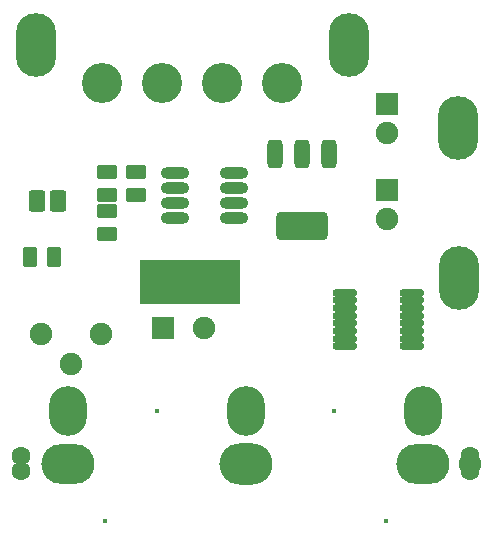
<source format=gbs>
G04 Layer_Color=16711935*
%FSLAX24Y24*%
%MOIN*%
G70*
G01*
G75*
%ADD28C,0.0630*%
G04:AMPARAMS|DCode=65|XSize=66.9mil|YSize=47.2mil|CornerRadius=9.4mil|HoleSize=0mil|Usage=FLASHONLY|Rotation=180.000|XOffset=0mil|YOffset=0mil|HoleType=Round|Shape=RoundedRectangle|*
%AMROUNDEDRECTD65*
21,1,0.0669,0.0283,0,0,180.0*
21,1,0.0480,0.0472,0,0,180.0*
1,1,0.0189,-0.0240,0.0142*
1,1,0.0189,0.0240,0.0142*
1,1,0.0189,0.0240,-0.0142*
1,1,0.0189,-0.0240,-0.0142*
%
%ADD65ROUNDEDRECTD65*%
G04:AMPARAMS|DCode=66|XSize=66.9mil|YSize=47.2mil|CornerRadius=9.4mil|HoleSize=0mil|Usage=FLASHONLY|Rotation=270.000|XOffset=0mil|YOffset=0mil|HoleType=Round|Shape=RoundedRectangle|*
%AMROUNDEDRECTD66*
21,1,0.0669,0.0283,0,0,270.0*
21,1,0.0480,0.0472,0,0,270.0*
1,1,0.0189,-0.0142,-0.0240*
1,1,0.0189,-0.0142,0.0240*
1,1,0.0189,0.0142,0.0240*
1,1,0.0189,0.0142,-0.0240*
%
%ADD66ROUNDEDRECTD66*%
%ADD68C,0.0157*%
%ADD69O,0.1260X0.1654*%
%ADD70O,0.1772X0.1378*%
%ADD71O,0.1772X0.1339*%
%ADD72P,0.0170X8X22.5*%
%ADD73C,0.0757*%
%ADD74C,0.0748*%
%ADD75R,0.0748X0.0748*%
%ADD76R,0.0748X0.0748*%
%ADD77O,0.1339X0.2126*%
%ADD78C,0.1339*%
%ADD79R,0.3317X0.1486*%
G04:AMPARAMS|DCode=80|XSize=175.7mil|YSize=95.7mil|CornerRadius=19.9mil|HoleSize=0mil|Usage=FLASHONLY|Rotation=180.000|XOffset=0mil|YOffset=0mil|HoleType=Round|Shape=RoundedRectangle|*
%AMROUNDEDRECTD80*
21,1,0.1757,0.0560,0,0,180.0*
21,1,0.1360,0.0957,0,0,180.0*
1,1,0.0397,-0.0680,0.0280*
1,1,0.0397,0.0680,0.0280*
1,1,0.0397,0.0680,-0.0280*
1,1,0.0397,-0.0680,-0.0280*
%
%ADD80ROUNDEDRECTD80*%
G04:AMPARAMS|DCode=81|XSize=51.7mil|YSize=95.7mil|CornerRadius=15.1mil|HoleSize=0mil|Usage=FLASHONLY|Rotation=180.000|XOffset=0mil|YOffset=0mil|HoleType=Round|Shape=RoundedRectangle|*
%AMROUNDEDRECTD81*
21,1,0.0517,0.0656,0,0,180.0*
21,1,0.0216,0.0957,0,0,180.0*
1,1,0.0301,-0.0108,0.0328*
1,1,0.0301,0.0108,0.0328*
1,1,0.0301,0.0108,-0.0328*
1,1,0.0301,-0.0108,-0.0328*
%
%ADD81ROUNDEDRECTD81*%
%ADD82O,0.0945X0.0394*%
G04:AMPARAMS|DCode=83|XSize=70.9mil|YSize=55.1mil|CornerRadius=9.8mil|HoleSize=0mil|Usage=FLASHONLY|Rotation=90.000|XOffset=0mil|YOffset=0mil|HoleType=Round|Shape=RoundedRectangle|*
%AMROUNDEDRECTD83*
21,1,0.0709,0.0354,0,0,90.0*
21,1,0.0512,0.0551,0,0,90.0*
1,1,0.0197,0.0177,0.0256*
1,1,0.0197,0.0177,-0.0256*
1,1,0.0197,-0.0177,-0.0256*
1,1,0.0197,-0.0177,0.0256*
%
%ADD83ROUNDEDRECTD83*%
%ADD84O,0.0827X0.0295*%
D28*
X492Y-15177D02*
D03*
Y-15689D02*
D03*
X15453D02*
D03*
Y-15177D02*
D03*
X14232Y-15453D02*
D03*
X13563D02*
D03*
X8327D02*
D03*
X7657D02*
D03*
X2421D02*
D03*
X1752D02*
D03*
D65*
X3346Y-7795D02*
D03*
Y-7008D02*
D03*
X3346Y-5709D02*
D03*
Y-6496D02*
D03*
X4331D02*
D03*
Y-5709D02*
D03*
D66*
X787Y-8563D02*
D03*
X1575D02*
D03*
D68*
X12657Y-17343D02*
D03*
X10925Y-13681D02*
D03*
X5020D02*
D03*
X3287Y-17343D02*
D03*
D69*
X7972Y-13681D02*
D03*
X2067D02*
D03*
X13878D02*
D03*
D70*
X7972Y-15453D02*
D03*
D71*
X2067D02*
D03*
X13878D02*
D03*
D72*
X492D02*
D03*
D73*
X15453D02*
D03*
D74*
X12697Y-4429D02*
D03*
X6594Y-10925D02*
D03*
X1165Y-11114D02*
D03*
X2165Y-12114D02*
D03*
X3165Y-11114D02*
D03*
X12697Y-7283D02*
D03*
D75*
Y-3445D02*
D03*
Y-6299D02*
D03*
D76*
X5217Y-10925D02*
D03*
D77*
X15059Y-4232D02*
D03*
X15069Y-9242D02*
D03*
X984Y-1476D02*
D03*
X11417D02*
D03*
D78*
X3201Y-2756D02*
D03*
X5201D02*
D03*
X9201D02*
D03*
X7201D02*
D03*
D79*
X6127Y-9385D02*
D03*
D80*
X9843Y-7499D02*
D03*
D81*
X10744Y-5099D02*
D03*
X9843D02*
D03*
X8941D02*
D03*
D82*
X7579Y-5746D02*
D03*
Y-6246D02*
D03*
Y-6746D02*
D03*
Y-7246D02*
D03*
X5610Y-5746D02*
D03*
Y-6246D02*
D03*
Y-6746D02*
D03*
Y-7246D02*
D03*
D83*
X1732Y-6693D02*
D03*
X1024D02*
D03*
D84*
X11280Y-11526D02*
D03*
Y-11270D02*
D03*
Y-11014D02*
D03*
Y-10758D02*
D03*
Y-10502D02*
D03*
Y-10246D02*
D03*
Y-9990D02*
D03*
Y-9734D02*
D03*
X13524Y-11526D02*
D03*
Y-11270D02*
D03*
Y-11014D02*
D03*
Y-10758D02*
D03*
Y-10502D02*
D03*
Y-10246D02*
D03*
Y-9990D02*
D03*
Y-9734D02*
D03*
M02*

</source>
